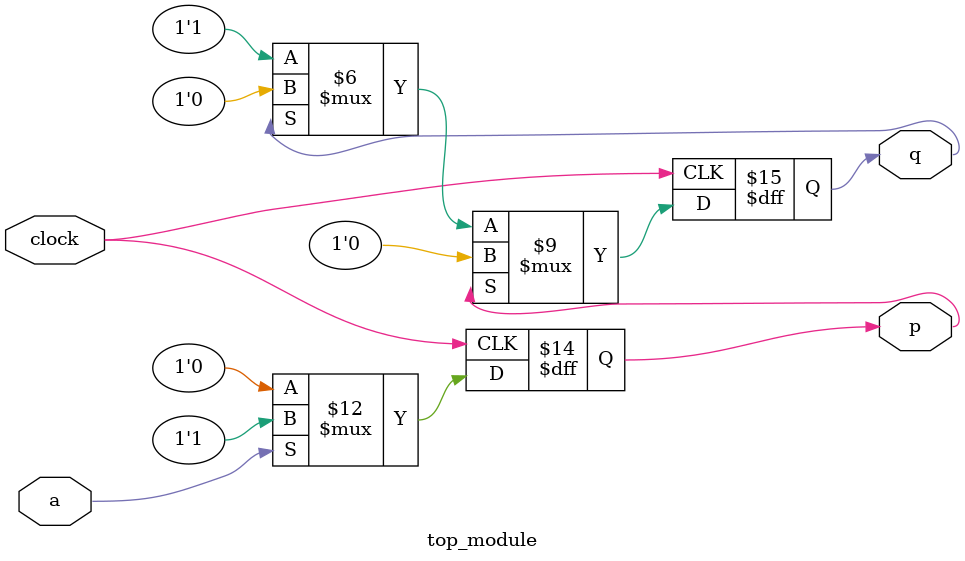
<source format=sv>
module top_module (
    input wire clock,
    input wire a,
    output reg p,
    output reg q
);

always @(posedge clock) begin
    if (a == 1'b0) begin
        p <= 1'b0;
        q <= 1'b0;
    end else begin
        p <= 1'b1;
    end
    
    if (p == 1'b1) begin
        q <= 1'b0;
    end else begin
        if (q == 1'b1) begin
            q <= 1'b0;
        end else begin
            q <= 1'b1;
        end
    end
end

endmodule

</source>
